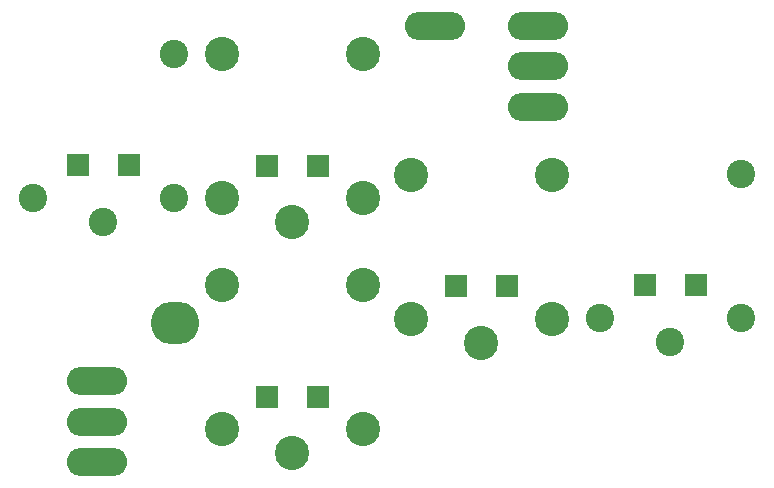
<source format=gbs>
G04 Layer: BottomSolderMaskLayer*
G04 EasyEDA Pro v2.2.45.4, 2025-12-25 15:41:57*
G04 Gerber Generator version 0.3*
G04 Scale: 100 percent, Rotated: No, Reflected: No*
G04 Dimensions in millimeters*
G04 Leading zeros omitted, absolute positions, 4 integers and 5 decimals*
G04 Generated by custom config*
%FSLAX45Y45*%
%MOMM*%
%AMRoundRect*1,1,$1,$2,$3*1,1,$1,$4,$5*1,1,$1,0-$2,0-$3*1,1,$1,0-$4,0-$5*20,1,$1,$2,$3,$4,$5,0*20,1,$1,$4,$5,0-$2,0-$3,0*20,1,$1,0-$2,0-$3,0-$4,0-$5,0*20,1,$1,0-$4,0-$5,$2,$3,0*4,1,4,$2,$3,$4,$5,0-$2,0-$3,0-$4,0-$5,$2,$3,0*%
%ADD10O,5.1016X2.4016*%
%ADD11O,4.1016X3.6016*%
%ADD12C,2.4016*%
%ADD13C,2.8956*%
%ADD14RoundRect,0.09618X-0.90271X0.85271X0.90271X0.85271*%
%ADD15C,0.9432*%
G75*


G04 Pad Start*
G54D10*
G01X4711700Y3578860D03*
G01X4711700Y3233420D03*
G01X3835400Y3924300D03*
G01X977900Y914400D03*
G01X977900Y228600D03*
G01X977900Y571500D03*
G01X4711700Y3924300D03*
G54D11*
G01X1638300Y1409700D03*
G54D12*
G01X5829300Y1245794D03*
G01X5229301Y1445844D03*
G01X6429299Y2665806D03*
G01X6429299Y1445844D03*
G01X1028700Y2261794D03*
G01X428701Y2461844D03*
G01X1628699Y3681806D03*
G01X1628699Y2461844D03*
G54D13*
G01X4829048Y2660753D03*
G01X4229100Y1240740D03*
G01X3629101Y1440740D03*
G01X4829099Y1440740D03*
G01X3629152Y2660753D03*
G01X3228848Y1726006D03*
G01X2628900Y305994D03*
G01X2028901Y505993D03*
G01X3228899Y505993D03*
G01X2028952Y1726006D03*
G01X3228848Y3681806D03*
G01X2628900Y2261794D03*
G01X2028901Y2461793D03*
G01X3228899Y2461793D03*
G01X2028952Y3681806D03*
G54D14*
G01X5609806Y1724637D03*
G01X6048312Y1724637D03*
G01X1247712Y2740637D03*
G01X809206Y2740637D03*
G01X4010707Y1719449D03*
G01X4449213Y1719449D03*
G01X2410507Y784703D03*
G01X2849013Y784703D03*
G01X2410507Y2740503D03*
G01X2849013Y2740503D03*
G04 Pad End*

M02*


</source>
